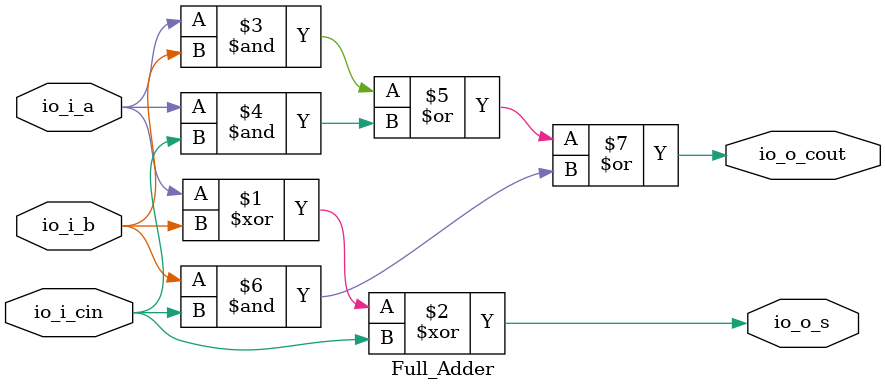
<source format=v>
module Full_Adder(
  input   io_i_a,
  input   io_i_b,
  input   io_i_cin,
  output  io_o_s,
  output  io_o_cout
);
  assign io_o_s = io_i_a ^ io_i_b ^ io_i_cin; // @[wallace_tree.scala 23:31]
  assign io_o_cout = io_i_a & io_i_b | io_i_a & io_i_cin | io_i_b & io_i_cin; // @[wallace_tree.scala 24:58]
endmodule

</source>
